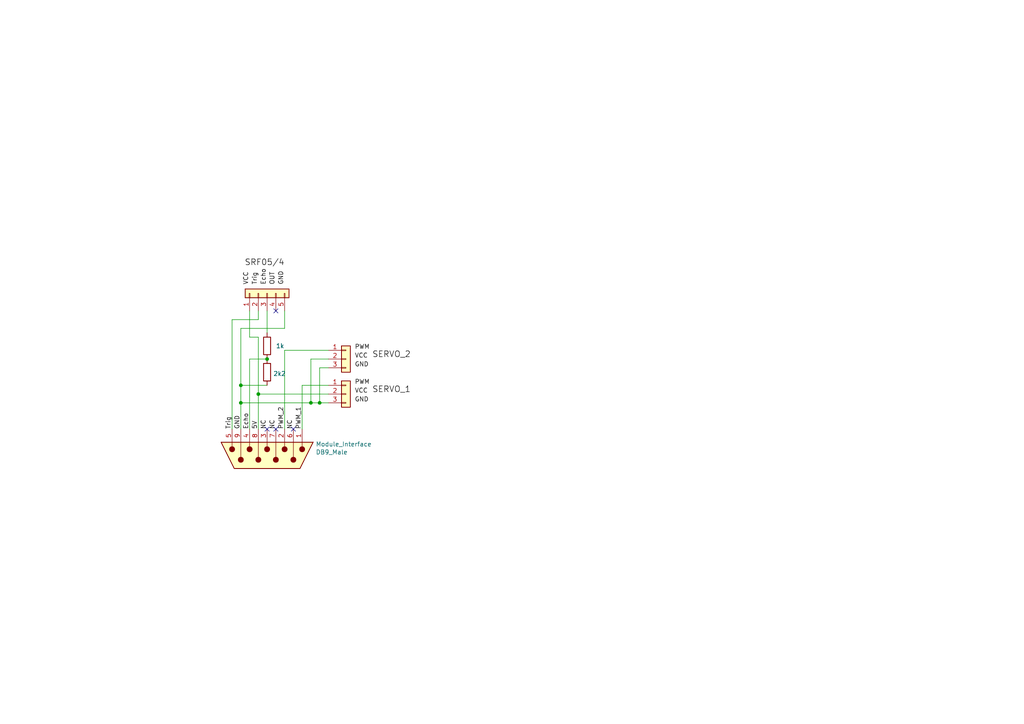
<source format=kicad_sch>
(kicad_sch (version 20211123) (generator eeschema)
  (paper "A4")
  (lib_symbols
    (symbol "Connector:DB9_Male" (pin_names (offset 1.016) hide)
      (property "Reference" "J" (at 0 13.97 0))
      (property "Value" "DB9_Male" (at 0 -14.605 0))
      (symbol "DB9_Male_0_1"
        (circle (center -1.778 -10.16) (radius 0.762) (fill (type outline)))
        (circle (center -1.778 -5.08) (radius 0.762) (fill (type outline)))
        (circle (center -1.778 0) (radius 0.762) (fill (type outline)))
        (circle (center -1.778 5.08) (radius 0.762) (fill (type outline)))
        (circle (center -1.778 10.16) (radius 0.762) (fill (type outline)))
        (polyline (pts (xy -3.81 -10.16) (xy -2.54 -10.16)))
        (polyline (pts (xy -3.81 -7.62) (xy 0.508 -7.62)))
        (polyline (pts (xy -3.81 -5.08) (xy -2.54 -5.08)))
        (polyline (pts (xy -3.81 -2.54) (xy 0.508 -2.54)))
        (polyline (pts (xy -3.81 0) (xy -2.54 0)))
        (polyline (pts (xy -3.81 2.54) (xy 0.508 2.54)))
        (polyline (pts (xy -3.81 5.08) (xy -2.54 5.08)))
        (polyline (pts (xy -3.81 7.62) (xy 0.508 7.62)))
        (polyline (pts (xy -3.81 10.16) (xy -2.54 10.16)))
        (polyline (pts (xy -3.81 -13.335) (xy -3.81 13.335) (xy 3.81 9.525) (xy 3.81 -9.525) (xy -3.81 -13.335)) (stroke (width 0.254)) (fill (type background)))
        (circle (center 1.27 -7.62) (radius 0.762) (fill (type outline)))
        (circle (center 1.27 -2.54) (radius 0.762) (fill (type outline)))
        (circle (center 1.27 2.54) (radius 0.762) (fill (type outline)))
        (circle (center 1.27 7.62) (radius 0.762) (fill (type outline)))
      )
      (symbol "DB9_Male_1_1"
        (pin passive line (at -7.62 -10.16 0) (length 3.81) (name "1") (number "1"))
        (pin passive line (at -7.62 -5.08 0) (length 3.81) (name "2") (number "2"))
        (pin passive line (at -7.62 0 0) (length 3.81) (name "3") (number "3"))
        (pin passive line (at -7.62 5.08 0) (length 3.81) (name "4") (number "4"))
        (pin passive line (at -7.62 10.16 0) (length 3.81) (name "5") (number "5"))
        (pin passive line (at -7.62 -7.62 0) (length 3.81) (name "6") (number "6"))
        (pin passive line (at -7.62 -2.54 0) (length 3.81) (name "7") (number "7"))
        (pin passive line (at -7.62 2.54 0) (length 3.81) (name "8") (number "8"))
        (pin passive line (at -7.62 7.62 0) (length 3.81) (name "9") (number "9"))
      )
    )
    (symbol "Connector_Generic:Conn_01x03" (pin_names (offset 1.016) hide)
      (property "Reference" "J" (at 0 5.08 0))
      (property "Value" "Conn_01x03" (at 0 -5.08 0))
      (symbol "Conn_01x03_1_1"
        (rectangle (start -1.27 -2.413) (end 0 -2.667) (stroke (width 0.1524)))
        (rectangle (start -1.27 0.127) (end 0 -0.127) (stroke (width 0.1524)))
        (rectangle (start -1.27 2.667) (end 0 2.413) (stroke (width 0.1524)))
        (rectangle (start -1.27 3.81) (end 1.27 -3.81) (stroke (width 0.254)) (fill (type background)))
        (pin passive line (at -5.08 2.54 0) (length 3.81) (name "Pin_1") (number "1"))
        (pin passive line (at -5.08 0 0) (length 3.81) (name "Pin_2") (number "2"))
        (pin passive line (at -5.08 -2.54 0) (length 3.81) (name "Pin_3") (number "3"))
      )
    )
    (symbol "Connector_Generic:Conn_01x05" (pin_names (offset 1.016) hide)
      (property "Reference" "J" (at 0 7.62 0))
      (property "Value" "Conn_01x05" (at 0 -7.62 0))
      (symbol "Conn_01x05_1_1"
        (rectangle (start -1.27 -4.953) (end 0 -5.207) (stroke (width 0.1524)))
        (rectangle (start -1.27 -2.413) (end 0 -2.667) (stroke (width 0.1524)))
        (rectangle (start -1.27 0.127) (end 0 -0.127) (stroke (width 0.1524)))
        (rectangle (start -1.27 2.667) (end 0 2.413) (stroke (width 0.1524)))
        (rectangle (start -1.27 5.207) (end 0 4.953) (stroke (width 0.1524)))
        (rectangle (start -1.27 6.35) (end 1.27 -6.35) (stroke (width 0.254)) (fill (type background)))
        (pin passive line (at -5.08 5.08 0) (length 3.81) (name "Pin_1") (number "1"))
        (pin passive line (at -5.08 2.54 0) (length 3.81) (name "Pin_2") (number "2"))
        (pin passive line (at -5.08 0 0) (length 3.81) (name "Pin_3") (number "3"))
        (pin passive line (at -5.08 -2.54 0) (length 3.81) (name "Pin_4") (number "4"))
        (pin passive line (at -5.08 -5.08 0) (length 3.81) (name "Pin_5") (number "5"))
      )
    )
    (symbol "Device:R" (pin_numbers hide) (pin_names (offset 0))
      (property "Reference" "R" (at 2.032 0 90))
      (property "Value" "R" (at 0 0 90))
      (symbol "R_0_1"
        (rectangle (start -1.016 -2.54) (end 1.016 2.54) (stroke (width 0.254)))
      )
      (symbol "R_1_1"
        (pin passive line (at 0 3.81 270) (length 1.27) (name "~") (number "1"))
        (pin passive line (at 0 -3.81 90) (length 1.27) (name "~") (number "2"))
      )
    )
  )
  (junction (at 69.85 116.84))
  (junction (at 69.85 111.76))
  (junction (at 77.47 104.14))
  (junction (at 90.17 116.84))
  (junction (at 74.93 114.3))
  (junction (at 92.71 116.84))
  (no_connect (at 80.01 124.46))
  (no_connect (at 85.09 124.46))
  (no_connect (at 77.47 124.46))
  (no_connect (at 80.01 90.17))
  (wire (pts (xy 90.17 104.14) (xy 95.25 104.14)))
  (wire (pts (xy 69.85 116.84) (xy 90.17 116.84)))
  (wire (pts (xy 69.85 95.25) (xy 82.55 95.25)))
  (wire (pts (xy 95.25 106.68) (xy 92.71 106.68)))
  (wire (pts (xy 74.93 114.3) (xy 95.25 114.3)))
  (wire (pts (xy 72.39 90.17) (xy 72.39 97.79)))
  (wire (pts (xy 74.93 114.3) (xy 74.93 124.46)))
  (wire (pts (xy 82.55 101.6) (xy 95.25 101.6)))
  (wire (pts (xy 90.17 116.84) (xy 92.71 116.84)))
  (wire (pts (xy 74.93 90.17) (xy 74.93 92.71)))
  (wire (pts (xy 69.85 111.76) (xy 69.85 95.25)))
  (wire (pts (xy 77.47 90.17) (xy 77.47 96.52)))
  (wire (pts (xy 67.31 92.71) (xy 67.31 124.46)))
  (wire (pts (xy 92.71 116.84) (xy 95.25 116.84)))
  (wire (pts (xy 95.25 111.76) (xy 87.63 111.76)))
  (wire (pts (xy 82.55 124.46) (xy 82.55 101.6)))
  (wire (pts (xy 90.17 116.84) (xy 90.17 104.14)))
  (wire (pts (xy 72.39 104.14) (xy 72.39 124.46)))
  (wire (pts (xy 87.63 111.76) (xy 87.63 124.46)))
  (wire (pts (xy 74.93 97.79) (xy 74.93 114.3)))
  (wire (pts (xy 69.85 111.76) (xy 69.85 116.84)))
  (wire (pts (xy 69.85 116.84) (xy 69.85 124.46)))
  (wire (pts (xy 82.55 95.25) (xy 82.55 90.17)))
  (wire (pts (xy 74.93 92.71) (xy 67.31 92.71)))
  (wire (pts (xy 77.47 104.14) (xy 72.39 104.14)))
  (wire (pts (xy 69.85 111.76) (xy 77.47 111.76)))
  (wire (pts (xy 92.71 106.68) (xy 92.71 116.84)))
  (wire (pts (xy 72.39 97.79) (xy 74.93 97.79)))
  (label "Trig" (at 67.31 124.46 90))
  (label "GND" (at 82.55 82.55 90))
  (label "NC" (at 85.09 124.46 90))
  (label "PWM_1" (at 87.63 124.46 90))
  (label "Trig" (at 74.93 82.55 90))
  (label "VCC" (at 102.87 104.14 0))
  (label "GND" (at 69.85 124.46 90))
  (label "OUT" (at 80.01 82.55 90))
  (label "VCC" (at 102.87 114.3 0))
  (label "SRF05{slash}4" (at 82.55 77.47 180) (effects (font (size 1.7 1.7))))
  (label "VCC" (at 72.39 82.55 90))
  (label "SERVO_1" (at 107.95 114.3 0) (effects (font (size 1.7 1.7))))
  (label "Echo" (at 72.39 124.46 90))
  (label "5V" (at 74.93 124.46 90))
  (label "GND" (at 102.87 116.84 0))
  (label "GND" (at 102.87 106.68 0))
  (label "Echo" (at 77.47 82.55 90))
  (label "PWM" (at 102.87 101.6 0))
  (label "NC" (at 80.01 124.46 90))
  (label "SERVO_2" (at 107.95 104.14 0) (effects (font (size 1.7 1.7))))
  (label "NC" (at 77.47 124.46 90))
  (label "PWM_2" (at 82.55 124.46 90))
  (label "PWM" (at 102.87 111.76 0))
  (symbol (lib_id "Connector:DB9_Male") (at 77.47 132.08 90) (mirror x) (unit 1)
    (property "Reference" "Module_Interface" (at 91.567 128.8288 90) (effects (justify right)))
    (property "Value" "DB9_Male" (at 91.567 131.1402 90) (effects (justify right)))
    (property "Datasheet" " ~" (effects hide))
  )
  (symbol (lib_id "Connector_Generic:Conn_01x03") (at 100.33 114.3 0) (unit 1)
    (property "Reference" "J?" (effects hide))
    (property "Value" "Conn_01x03" (effects hide))
  )
  (symbol (lib_id "Connector_Generic:Conn_01x05") (at 77.47 85.09 90) (unit 1)
    (property "Reference" "J?" (effects hide))
    (property "Value" "Conn_01x05" (effects hide))
  )
  (symbol (lib_id "Device:R") (at 77.47 107.95 180) (unit 1)
    (property "Reference" "R?" (effects hide))
    (property "Value" "2k2" (at 79.248 108.3838 0) (effects (justify right)))
  )
  (symbol (lib_id "Connector_Generic:Conn_01x03") (at 100.33 104.14 0) (unit 1)
    (property "Reference" "J?" (effects hide))
    (property "Value" "Conn_01x03" (effects hide))
  )
  (symbol (lib_id "Device:R") (at 77.47 100.33 180) (unit 1)
    (property "Reference" "R?" (effects hide))
    (property "Value" "1k" (at 80.01 100.33 0) (effects (justify right)))
  )
)
</source>
